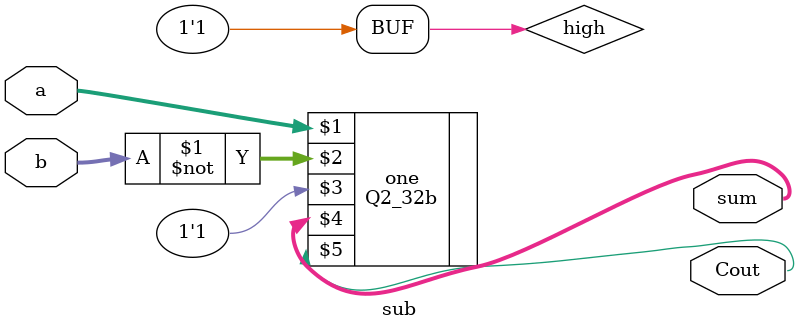
<source format=v>
`timescale 1ns / 1ps
module sub(
    input [31:0] a,
    input [31:0] b ,
    output [31:0] sum,
    output Cout
    );

    reg [31:0] sum1;
    reg [31:0] sum2;

    //This is the structuaral version.

     //This does not consider negative numbers.
     supply1 high;
     Q2_32b one (a, ~b, high, sum, Cout);

     //For negative numbers


     always @(*)
     begin


     end

endmodule

</source>
